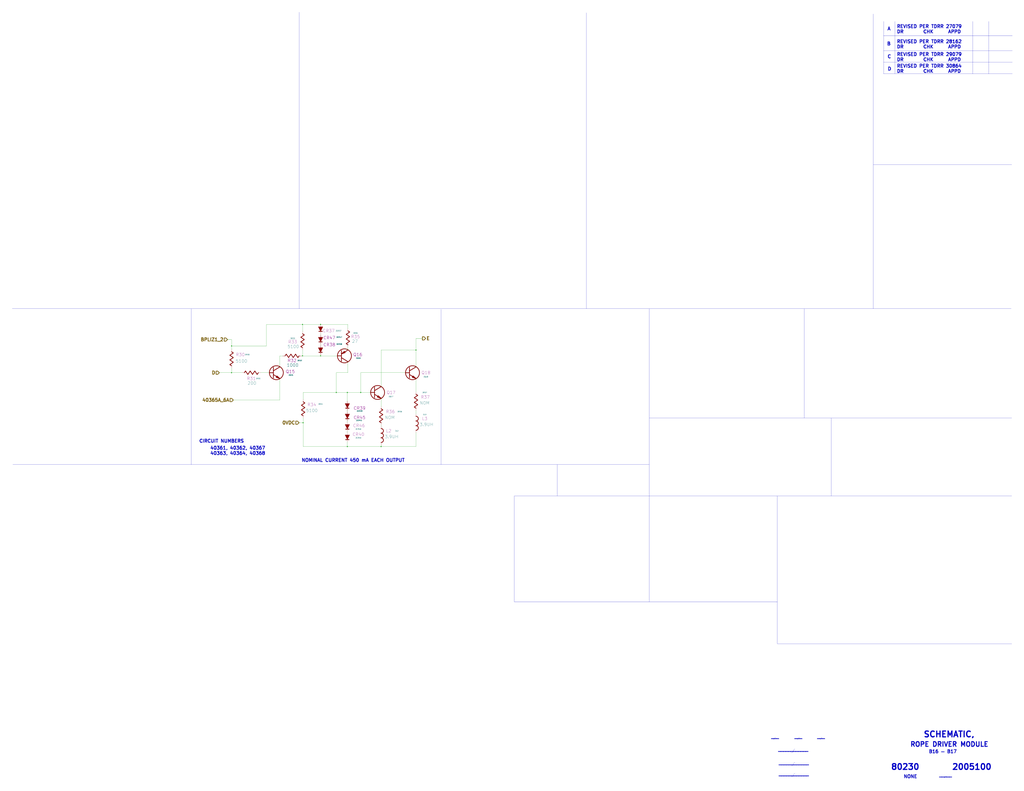
<source format=kicad_sch>
(kicad_sch (version 20211123) (generator eeschema)
  (paper "E")
  (lib_symbols
    (symbol "AGC_DSKY:Diode" (pin_numbers hide) (pin_names (offset 1.016) hide)
      (property "Reference" "CR" (at 0 5.08 0))
      (symbol "Diode_0_1"
        (polyline (pts (xy -2.54 -1.27) (xy -2.54 -1.905)) (stroke (width 0.762)))
        (polyline (pts (xy -2.54 1.27) (xy -2.54 -1.27)) (stroke (width 0.762)))
        (polyline (pts (xy -2.54 1.27) (xy -2.54 1.905)) (stroke (width 0.762)))
        (polyline (pts (xy -2.54 0) (xy 2.54 -2.54) (xy 2.54 2.54) (xy -2.54 0)) (stroke (width 0.2032)) (fill (type outline)))
      )
      (symbol "Diode_1_1"
        (pin passive line (at -5.08 0 0) (length 2.54) (name "K") (number "1"))
        (pin passive line (at 5.08 0 180) (length 2.54) (name "A") (number "2"))
      )
    )
    (symbol "AGC_DSKY:Inductor" (pin_numbers hide) (pin_names (offset 0) hide)
      (property "Reference" "L" (at -1.27 5.08 0))
      (symbol "Inductor_0_1"
        (arc (start -2.54 0) (mid -5.08 2.54) (end -7.62 0) (stroke (width 0.762)))
        (arc (start 2.54 0) (mid 0 2.54) (end -2.54 0) (stroke (width 0.762)))
        (arc (start 7.62 0) (mid 5.08 2.54) (end 2.54 0) (stroke (width 0.762)))
      )
      (symbol "Inductor_1_1"
        (pin passive line (at -10.16 0 0) (length 2.54) (name "1") (number "1"))
        (pin passive line (at 10.16 0 180) (length 2.54) (name "2") (number "2"))
      )
    )
    (symbol "AGC_DSKY:Resistor" (pin_numbers hide) (pin_names (offset 0) hide)
      (property "Reference" "R" (at -0.635 -4.445 0))
      (symbol "Resistor_0_1"
        (polyline (pts (xy -7.62 0) (xy -6.35 -1.905) (xy -3.81 1.905) (xy -1.27 -1.905) (xy 1.27 1.905) (xy 3.81 -1.905) (xy 6.35 1.905) (xy 7.62 0)) (stroke (width 0.762)))
      )
      (symbol "Resistor_1_1"
        (pin passive line (at -10.16 0 0) (length 2.54) (name "1") (number "1"))
        (pin passive line (at 10.16 0 180) (length 2.54) (name "2") (number "2"))
      )
    )
    (symbol "AGC_DSKY:Transistor-NPN" (pin_numbers hide) (pin_names (offset 0) hide)
      (property "Reference" "Q" (at 0 10.541 0))
      (symbol "Transistor-NPN_0_1"
        (polyline (pts (xy -3.302 -2.032) (xy 3.81 -6.35)) (stroke (width 0.762)))
        (polyline (pts (xy -3.302 2.032) (xy 3.81 6.35)) (stroke (width 0.762)))
        (polyline (pts (xy -3.302 5.969) (xy -3.302 -5.715)) (stroke (width 0.762)))
        (polyline (pts (xy -3.302 0) (xy -7.62 0) (xy -7.493 0)) (stroke (width 0.762)))
        (polyline (pts (xy -0.127 -4.826) (xy 0.635 -3.556) (xy 3.81 -6.35) (xy -0.254 -4.953)) (stroke (width 0.762)) (fill (type outline)))
        (circle (center 0 0) (radius 7.62) (stroke (width 0.762)))
      )
      (symbol "Transistor-NPN_1_1"
        (pin passive line (at 3.81 6.35 180) (length 0) (name "C") (number "1"))
        (pin passive line (at -7.62 0 0) (length 0) (name "B") (number "2"))
        (pin passive line (at 3.81 -6.35 180) (length 0) (name "E") (number "3"))
      )
    )
    (symbol "AGC_DSKY:Transistor-PNP" (pin_numbers hide) (pin_names (offset 0) hide)
      (property "Reference" "Q" (at -0.635 10.414 0))
      (symbol "Transistor-PNP_0_1"
        (polyline (pts (xy -3.302 -5.969) (xy -3.302 5.715)) (stroke (width 0.762)))
        (polyline (pts (xy -3.302 -2.032) (xy 3.81 -6.35)) (stroke (width 0.762)))
        (polyline (pts (xy -3.302 2.032) (xy 3.81 6.35)) (stroke (width 0.762)))
        (polyline (pts (xy -3.302 0) (xy -7.62 0) (xy -7.493 0)) (stroke (width 0.762)))
        (polyline (pts (xy 0.762 3.683) (xy 0 4.953) (xy -3.175 2.159) (xy 0.889 3.556)) (stroke (width 0.762)) (fill (type outline)))
        (circle (center 0 0) (radius 7.6454) (stroke (width 0.762)))
      )
      (symbol "Transistor-PNP_1_1"
        (pin passive line (at 3.81 6.35 180) (length 0) (name "E") (number "1"))
        (pin passive line (at -7.62 0 0) (length 0) (name "B") (number "2"))
        (pin passive line (at 3.81 -6.35 180) (length 0) (name "C") (number "3"))
      )
    )
  )
  (junction (at 330.835 461.645))
  (junction (at 252.73 407.035))
  (junction (at 330.2 388.62))
  (junction (at 379.095 487.68))
  (junction (at 454.025 382.27))
  (junction (at 349.885 354.33))
  (junction (at 330.2 354.33))
  (junction (at 415.925 487.68))
  (junction (at 349.885 388.62))
  (junction (at 393.7 428.625))
  (junction (at 379.095 428.625))
  (junction (at 367.03 428.625))
  (junction (at 252.73 377.825))
  (wire (pts (xy 252.73 407.035) (xy 239.395 407.035)))
  (wire (pts (xy 415.925 443.865) (xy 415.925 434.975)))
  (wire (pts (xy 330.2 354.33) (xy 330.2 361.95)))
  (wire (pts (xy 349.885 387.35) (xy 349.885 388.62)))
  (polyline (pts (xy 864.0826 836.9046) (xy 867.2576 832.4596)) (stroke (width 0) (type solid)))
  (wire (pts (xy 368.3 388.62) (xy 349.885 388.62)))
  (wire (pts (xy 305.435 436.88) (xy 254.635 436.88)))
  (wire (pts (xy 379.095 449.58) (xy 379.095 448.31)))
  (polyline (pts (xy 1079.1698 23.3934) (xy 1079.1698 80.645)) (stroke (width 0) (type solid)))
  (polyline (pts (xy 964.311 80.645) (xy 1104.9 80.645)) (stroke (width 0) (type solid)))
  (polyline (pts (xy 561.34 541.655) (xy 561.34 657.225)) (stroke (width 0) (type solid)))
  (wire (pts (xy 415.925 422.275) (xy 415.925 382.27)))
  (polyline (pts (xy 870.4326 807.6946) (xy 872.3376 805.1546)) (stroke (width 0) (type solid)))
  (wire (pts (xy 461.01 369.57) (xy 454.025 369.57)))
  (polyline (pts (xy 608.33 507.365) (xy 608.33 541.655)) (stroke (width 0) (type solid)))
  (wire (pts (xy 454.025 472.44) (xy 454.025 487.68)))
  (polyline (pts (xy 848.36 702.945) (xy 1104.265 702.945)) (stroke (width 0) (type solid)))
  (polyline (pts (xy 708.66 657.225) (xy 708.66 337.185)) (stroke (width 0) (type solid)))
  (wire (pts (xy 393.7 428.625) (xy 393.7 407.035)))
  (wire (pts (xy 454.025 448.31) (xy 454.025 452.12)))
  (wire (pts (xy 379.095 472.44) (xy 379.095 471.17)))
  (polyline (pts (xy 561.34 657.225) (xy 848.36 657.225)) (stroke (width 0) (type solid)))
  (wire (pts (xy 252.73 381.635) (xy 252.73 377.825)))
  (polyline (pts (xy 877.57 456.565) (xy 877.57 337.185)) (stroke (width 0) (type solid)))
  (wire (pts (xy 330.835 487.68) (xy 330.835 461.645)))
  (polyline (pts (xy 964.311 23.3934) (xy 964.311 80.645)) (stroke (width 0) (type solid)))
  (wire (pts (xy 308.61 388.62) (xy 305.435 388.62)))
  (wire (pts (xy 367.03 407.035) (xy 379.73 407.035)))
  (wire (pts (xy 252.73 370.84) (xy 252.73 377.825)))
  (wire (pts (xy 330.835 461.645) (xy 330.835 456.565)))
  (polyline (pts (xy 864.0826 848.9696) (xy 867.2576 844.5246)) (stroke (width 0) (type solid)))
  (polyline (pts (xy 895.1976 807.6946) (xy 897.1026 805.1546)) (stroke (width 0) (type solid)))
  (wire (pts (xy 367.03 428.625) (xy 379.095 428.625)))
  (wire (pts (xy 248.285 370.84) (xy 252.73 370.84)))
  (polyline (pts (xy 907.415 541.655) (xy 907.415 456.565)) (stroke (width 0) (type solid)))
  (wire (pts (xy 305.435 388.62) (xy 305.435 400.685)))
  (polyline (pts (xy 953.135 337.185) (xy 953.135 15.24)) (stroke (width 0) (type solid)))
  (wire (pts (xy 454.025 413.385) (xy 454.025 427.99)))
  (wire (pts (xy 379.73 354.33) (xy 349.885 354.33)))
  (wire (pts (xy 305.435 413.385) (xy 305.435 436.88)))
  (wire (pts (xy 330.835 428.625) (xy 367.03 428.625)))
  (wire (pts (xy 379.095 482.6) (xy 379.095 487.68)))
  (wire (pts (xy 379.73 358.775) (xy 379.73 354.33)))
  (polyline (pts (xy 848.36 541.655) (xy 848.36 702.945)) (stroke (width 0) (type solid)))
  (polyline (pts (xy 708.66 456.565) (xy 1104.265 456.565)) (stroke (width 0) (type solid)))
  (wire (pts (xy 290.83 354.33) (xy 330.2 354.33)))
  (polyline (pts (xy 864.0826 822.2996) (xy 867.2576 817.8546)) (stroke (width 0) (type solid)))
  (wire (pts (xy 264.16 407.035) (xy 252.73 407.035)))
  (wire (pts (xy 454.025 382.27) (xy 454.025 369.57)))
  (wire (pts (xy 415.925 465.455) (xy 415.925 464.185)))
  (wire (pts (xy 379.73 407.035) (xy 379.73 394.97)))
  (polyline (pts (xy 208.915 337.185) (xy 208.915 507.365)) (stroke (width 0) (type solid)))
  (polyline (pts (xy 964.311 55.372) (xy 1104.9 55.372)) (stroke (width 0) (type solid)))
  (wire (pts (xy 330.2 382.27) (xy 330.2 388.62)))
  (wire (pts (xy 415.925 382.27) (xy 454.025 382.27)))
  (polyline (pts (xy 640.08 337.185) (xy 640.08 13.97)) (stroke (width 0) (type solid)))
  (wire (pts (xy 330.2 388.62) (xy 328.93 388.62)))
  (wire (pts (xy 294.005 407.035) (xy 284.48 407.035)))
  (wire (pts (xy 290.83 377.825) (xy 290.83 354.33)))
  (polyline (pts (xy 844.3976 807.6946) (xy 846.3026 805.1546)) (stroke (width 0) (type solid)))
  (polyline (pts (xy 976.7824 23.3934) (xy 976.7824 80.645)) (stroke (width 0) (type solid)))
  (polyline (pts (xy 481.33 507.365) (xy 481.33 337.82)) (stroke (width 0) (type solid)))
  (wire (pts (xy 252.73 377.825) (xy 290.83 377.825)))
  (polyline (pts (xy 964.311 38.8366) (xy 1104.9 38.8366)) (stroke (width 0) (type solid)))
  (wire (pts (xy 379.095 438.15) (xy 379.095 428.625)))
  (polyline (pts (xy 561.34 541.655) (xy 1104.265 541.655)) (stroke (width 0) (type solid)))
  (wire (pts (xy 393.7 428.625) (xy 404.495 428.625)))
  (wire (pts (xy 379.095 428.625) (xy 393.7 428.625)))
  (wire (pts (xy 349.885 377.19) (xy 349.885 375.92)))
  (wire (pts (xy 349.885 354.33) (xy 330.2 354.33)))
  (wire (pts (xy 252.73 401.955) (xy 252.73 407.035)))
  (wire (pts (xy 379.095 461.01) (xy 379.095 459.74)))
  (wire (pts (xy 330.835 436.245) (xy 330.835 428.625)))
  (wire (pts (xy 454.025 487.68) (xy 415.925 487.68)))
  (wire (pts (xy 379.73 382.27) (xy 379.73 379.095)))
  (polyline (pts (xy 964.311 68.072) (xy 1104.9 68.072)) (stroke (width 0) (type solid)))
  (polyline (pts (xy 1030.4526 849.6046) (xy 1032.9926 847.0646)) (stroke (width 0) (type solid)))
  (wire (pts (xy 415.925 487.68) (xy 379.095 487.68)))
  (polyline (pts (xy 13.335 337.185) (xy 1103.63 337.185)) (stroke (width 0) (type solid)))
  (wire (pts (xy 454.025 400.685) (xy 454.025 382.27)))
  (wire (pts (xy 367.03 428.625) (xy 367.03 407.035)))
  (polyline (pts (xy 326.39 337.185) (xy 326.39 13.335)) (stroke (width 0) (type solid)))
  (wire (pts (xy 326.39 461.645) (xy 330.835 461.645)))
  (wire (pts (xy 393.7 407.035) (xy 442.595 407.035)))
  (wire (pts (xy 349.885 388.62) (xy 330.2 388.62)))
  (polyline (pts (xy 953.135 179.705) (xy 1104.265 179.705)) (stroke (width 0) (type solid)))
  (polyline (pts (xy 1061.72 23.3934) (xy 1061.72 80.645)) (stroke (width 0) (type solid)))
  (wire (pts (xy 379.095 487.68) (xy 330.835 487.68)))
  (wire (pts (xy 349.885 364.49) (xy 349.885 365.76)))
  (polyline (pts (xy 13.97 507.365) (xy 708.66 507.365)) (stroke (width 0) (type solid)))
  (wire (pts (xy 415.925 485.775) (xy 415.925 487.68)))
  (text "40361, 40362, 40367\n40363, 40364, 40368" (at 229.235 497.205 0) (effects (font (size 3.556 3.556) (thickness 0.7112) bold) (justify left bottom)))
  (text "___" (at 866.775 807.085 0) (effects (font (size 3.556 3.556) (thickness 0.7112) bold) (justify left bottom)))
  (text "A" (at 968.2734 33.6296 0) (effects (font (size 3.556 3.556) (thickness 0.7112) bold) (justify left bottom)))
  (text "D" (at 968.5782 77.47 0) (effects (font (size 3.556 3.556) (thickness 0.7112) bold) (justify left bottom)))
  (text "C" (at 968.3496 63.9826 0) (effects (font (size 3.556 3.556) (thickness 0.7112) bold) (justify left bottom)))
  (text "ROPE DRIVER MODULE" (at 993.14 815.975 0) (effects (font (size 5.08 5.08) (thickness 1.016) bold) (justify left bottom)))
  (text "____________" (at 848.995 821.055 0) (effects (font (size 3.556 3.556) (thickness 0.7112) bold) (justify left bottom)))
  (text "NOMINAL CURRENT 450 mA EACH OUTPUT" (at 328.93 504.825 0) (effects (font (size 3.556 3.556) (thickness 0.7112) bold) (justify left bottom)))
  (text "____________" (at 849.63 835.66 0) (effects (font (size 3.556 3.556) (thickness 0.7112) bold) (justify left bottom)))
  (text "REVISED PER TDRR 30864\nDR        CHK      APPD" (at 978.535 80.01 0) (effects (font (size 3.556 3.556) (thickness 0.7112) bold) (justify left bottom)))
  (text "NONE" (at 986.0026 850.2396 0) (effects (font (size 3.556 3.556) (thickness 0.7112) bold) (justify left bottom)))
  (text "B" (at 967.867 50.038 0) (effects (font (size 3.556 3.556) (thickness 0.7112) bold) (justify left bottom)))
  (text "B16 — B17" (at 1013.46 822.96 0) (effects (font (size 3.556 3.556) (thickness 0.7112) bold) (justify left bottom)))
  (text "CIRCUIT NUMBERS" (at 217.17 483.87 0) (effects (font (size 3.556 3.556) (thickness 0.7112) bold) (justify left bottom)))
  (text "2005100" (at 1038.7076 841.3496 0) (effects (font (size 6.35 6.35) (thickness 1.27) bold) (justify left bottom)))
  (text "____________" (at 849.63 847.725 0) (effects (font (size 3.556 3.556) (thickness 0.7112) bold) (justify left bottom)))
  (text "REVISED PER TDRR 29079\nDR        CHK      APPD" (at 978.535 67.31 0) (effects (font (size 3.556 3.556) (thickness 0.7112) bold) (justify left bottom)))
  (text "___" (at 841.375 807.085 0) (effects (font (size 3.556 3.556) (thickness 0.7112) bold) (justify left bottom)))
  (text "SCHEMATIC," (at 1007.5926 805.7896 0) (effects (font (size 6.35 6.35) (thickness 1.27) bold) (justify left bottom)))
  (text "REVISED PER TDRR 27079\nDR        CHK      APPD" (at 978.535 36.83 0) (effects (font (size 3.556 3.556) (thickness 0.7112) bold) (justify left bottom)))
  (text "___" (at 891.54 807.085 0) (effects (font (size 3.556 3.556) (thickness 0.7112) bold) (justify left bottom)))
  (text "REVISED PER TDRR 28162\nDR        CHK      APPD" (at 978.535 53.34 0) (effects (font (size 3.556 3.556) (thickness 0.7112) bold) (justify left bottom)))
  (text "_____" (at 1024.7376 848.9696 0) (effects (font (size 3.556 3.556) (thickness 0.7112) bold) (justify left bottom)))
  (text "80230" (at 972.0326 841.3496 0) (effects (font (size 6.35 6.35) (thickness 1.27) bold) (justify left bottom)))
  (hierarchical_label "0VDC" (shape input) (at 326.39 461.645 180) (effects (font (size 3.556 3.556) (thickness 0.7112) bold)))
  (hierarchical_label "BPLIZ1_2" (shape input) (at 248.285 370.84 180) (effects (font (size 3.556 3.556) (thickness 0.7112) bold)))
  (hierarchical_label "E" (shape output) (at 461.01 369.57 0) (effects (font (size 3.556 3.556) (thickness 0.7112) bold)))
  (hierarchical_label "D" (shape input) (at 239.395 407.035 180) (effects (font (size 3.556 3.556) (thickness 0.7112) bold)))
  (hierarchical_label "40365A_6A" (shape input) (at 254.635 436.88 180) (effects (font (size 3.556 3.556) (thickness 0.7112) bold)))
  (symbol (lib_id "AGC_DSKY:Resistor") (at 252.73 391.795 270) (mirror x)
    (property "Reference" "3R30" (at 269.875 387.35 90))
    (property "Value" "5100" (at 263.525 394.335 90) (effects (font (size 3.302 3.302))))
    (property "OREFD" "R30" (at 262.255 387.35 90) (effects (font (size 3.302 3.302))))
  )
  (symbol (lib_id "AGC_DSKY:Resistor") (at 274.32 407.035 0) (mirror y)
    (property "Reference" "3R31" (at 281.94 413.385 0))
    (property "Value" "200" (at 274.955 418.465 0) (effects (font (size 3.302 3.302))))
    (property "OREFD" "R31" (at 274.32 413.385 0) (effects (font (size 3.302 3.302))))
  )
  (symbol (lib_id "AGC_DSKY:Resistor") (at 330.2 372.11 270) (mirror x)
    (property "Reference" "3R33" (at 319.405 369.57 90))
    (property "Value" "5100" (at 320.04 378.46 90) (effects (font (size 3.302 3.302))))
    (property "OREFD" "R33" (at 319.405 373.38 90) (effects (font (size 3.302 3.302))))
  )
  (symbol (lib_id "AGC_DSKY:Resistor") (at 318.77 388.62 0) (mirror y)
    (property "Reference" "3R32" (at 327.025 393.7 0))
    (property "Value" "1000" (at 319.405 398.78 0) (effects (font (size 3.302 3.302))))
    (property "OREFD" "R32" (at 318.77 393.7 0) (effects (font (size 3.302 3.302))))
  )
  (symbol (lib_id "AGC_DSKY:Transistor-NPN") (at 301.625 407.035 0)
    (property "Reference" "3Q15" (at 317.5 409.575 0))
    (property "Value" "Transistor-NPN" (effects hide))
    (property "OREFD" "Q15" (at 316.865 405.765 0) (effects (font (size 3.302 3.302))))
  )
  (symbol (lib_id "AGC_DSKY:Transistor-NPN") (at 412.115 428.625 0)
    (property "Reference" "3Q17" (at 426.72 433.07 0))
    (property "Value" "Transistor-NPN" (effects hide))
    (property "OREFD" "Q17" (at 426.72 428.625 0) (effects (font (size 3.302 3.302))))
  )
  (symbol (lib_id "AGC_DSKY:Transistor-NPN") (at 450.215 407.035 0)
    (property "Reference" "3Q18" (at 464.82 411.48 0))
    (property "Value" "Transistor-NPN" (effects hide))
    (property "OREFD" "Q18" (at 464.82 407.035 0) (effects (font (size 3.302 3.302))))
  )
  (symbol (lib_id "AGC_DSKY:Transistor-PNP") (at 375.92 388.62 0)
    (property "Reference" "3Q16" (at 391.16 391.16 0))
    (property "Value" "Transistor-PNP" (effects hide))
    (property "OREFD" "Q16" (at 390.525 387.35 0) (effects (font (size 3.302 3.302))))
  )
  (symbol (lib_id "AGC_DSKY:Diode") (at 349.885 382.27 90)
    (property "Reference" "3CR38" (at 370.205 375.92 90))
    (property "Value" "Diode" (effects hide))
    (property "OREFD" "CR38" (at 359.41 376.555 90) (effects (font (size 3.302 3.302))))
  )
  (symbol (lib_id "AGC_DSKY:Diode") (at 349.885 370.84 90)
    (property "Reference" "3CR47" (at 370.205 368.3 90))
    (property "Value" "Diode" (effects hide))
    (property "OREFD" "CR47" (at 359.41 368.935 90) (effects (font (size 3.302 3.302))))
  )
  (symbol (lib_id "AGC_DSKY:Diode") (at 349.885 359.41 90)
    (property "Reference" "3CR37" (at 369.57 361.315 90))
    (property "Value" "Diode" (effects hide))
    (property "OREFD" "CR37" (at 358.775 361.315 90) (effects (font (size 3.302 3.302))))
  )
  (symbol (lib_id "AGC_DSKY:Diode") (at 379.095 454.66 90)
    (property "Reference" "3CR45" (at 391.795 459.105 90))
    (property "Value" "Diode" (effects hide))
    (property "OREFD" "CR45" (at 392.43 455.93 90) (effects (font (size 3.302 3.302))))
  )
  (symbol (lib_id "AGC_DSKY:Diode") (at 379.095 443.23 90)
    (property "Reference" "3CR39" (at 392.43 448.945 90))
    (property "Value" "Diode" (effects hide))
    (property "OREFD" "CR39" (at 392.43 445.77 90) (effects (font (size 3.302 3.302))))
  )
  (symbol (lib_id "AGC_DSKY:Diode") (at 379.095 466.09 90)
    (property "Reference" "3CR46" (at 391.16 468.63 90))
    (property "Value" "Diode" (effects hide))
    (property "OREFD" "CR46" (at 391.795 464.82 90) (effects (font (size 3.302 3.302))))
  )
  (symbol (lib_id "AGC_DSKY:Diode") (at 379.095 477.52 90)
    (property "Reference" "3CR40" (at 391.16 478.155 90))
    (property "Value" "Diode" (effects hide))
    (property "OREFD" "CR40" (at 391.16 474.345 90) (effects (font (size 3.302 3.302))))
  )
  (symbol (lib_id "AGC_DSKY:Resistor") (at 330.835 446.405 270) (mirror x)
    (property "Reference" "3R34" (at 349.885 441.325 90))
    (property "Value" "5100" (at 340.36 448.31 90) (effects (font (size 3.302 3.302))))
    (property "OREFD" "R34" (at 340.36 441.96 90) (effects (font (size 3.302 3.302))))
  )
  (symbol (lib_id "AGC_DSKY:Resistor") (at 415.925 454.025 270) (mirror x)
    (property "Reference" "3R36" (at 436.245 449.58 90))
    (property "Value" "NOM" (at 425.45 455.93 90) (effects (font (size 3.302 3.302))))
    (property "OREFD" "R36" (at 426.085 449.58 90) (effects (font (size 3.302 3.302))))
  )
  (symbol (lib_id "AGC_DSKY:Resistor") (at 454.025 438.15 270) (mirror x)
    (property "Reference" "3R37" (at 463.55 428.625 90))
    (property "Value" "NOM" (at 463.55 440.055 90) (effects (font (size 3.302 3.302))))
    (property "OREFD" "R37" (at 464.185 433.705 90) (effects (font (size 3.302 3.302))))
  )
  (symbol (lib_id "AGC_DSKY:Inductor") (at 415.925 475.615 270)
    (property "Reference" "3L2" (at 433.07 470.535 90))
    (property "Value" "3.9UH" (at 427.355 476.885 90) (effects (font (size 3.302 3.302))))
    (property "OREFD" "L2" (at 424.18 470.535 90) (effects (font (size 3.302 3.302))))
  )
  (symbol (lib_id "AGC_DSKY:Inductor") (at 454.025 462.28 270)
    (property "Reference" "3L3" (at 463.55 452.755 90))
    (property "Value" "3.9UH" (at 465.455 463.55 90) (effects (font (size 3.302 3.302))))
    (property "OREFD" "L3" (at 463.55 457.2 90) (effects (font (size 3.302 3.302))))
  )
  (symbol (lib_id "AGC_DSKY:Resistor") (at 379.73 368.935 270) (mirror x)
    (property "Reference" "3R35" (at 387.985 363.855 90))
    (property "Value" "27" (at 387.35 372.745 90) (effects (font (size 3.302 3.302))))
    (property "OREFD" "R35" (at 387.985 367.665 90) (effects (font (size 3.302 3.302))))
  )
)
</source>
